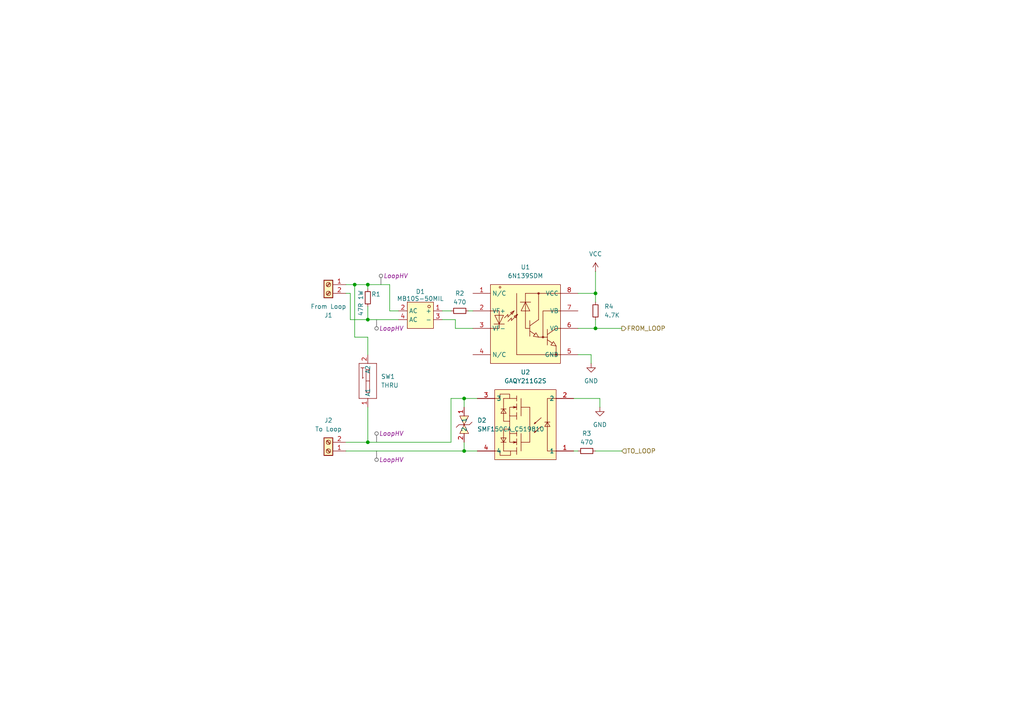
<source format=kicad_sch>
(kicad_sch (version 20231120) (generator "eeschema") (generator_version "8.0")
  (paper "A4")
  (lib_symbols
    (symbol "Connector:Screw_Terminal_01x02" (pin_names (offset 1.016) hide)
      (property "Reference" "J" (at 0 2.54 0))
      (property "Value" "Screw_Terminal_01x02" (at 0 -5.08 0))
      (symbol "Screw_Terminal_01x02_1_1"
        (rectangle (start -1.27 1.27) (end 1.27 -3.81) (stroke (width 0.254)) (fill (type background)))
        (circle (center 0 -2.54) (radius 0.635) (stroke (width 0.1524)))
        (polyline (pts (xy -0.5334 -2.2098) (xy 0.3302 -3.048)) (stroke (width 0.1524)))
        (polyline (pts (xy -0.5334 0.3302) (xy 0.3302 -0.508)) (stroke (width 0.1524)))
        (polyline (pts (xy -0.3556 -2.032) (xy 0.508 -2.8702)) (stroke (width 0.1524)))
        (polyline (pts (xy -0.3556 0.508) (xy 0.508 -0.3302)) (stroke (width 0.1524)))
        (circle (center 0 0) (radius 0.635) (stroke (width 0.1524)))
        (pin passive line (at -5.08 0 0) (length 3.81) (name "Pin_1") (number "1"))
        (pin passive line (at -5.08 -2.54 0) (length 3.81) (name "Pin_2") (number "2"))
      )
    )
    (symbol "Device:R_Small" (pin_numbers hide) (pin_names (offset 0.254) hide)
      (property "Reference" "R" (at 0.762 0.508 0))
      (property "Value" "R_Small" (at 0.762 -1.016 0))
      (symbol "R_Small_0_1"
        (rectangle (start -0.762 1.778) (end 0.762 -1.778) (stroke (width 0.2032)))
      )
      (symbol "R_Small_1_1"
        (pin passive line (at 0 2.54 270) (length 0.762) (name "~") (number "1"))
        (pin passive line (at 0 -2.54 90) (length 0.762) (name "~") (number "2"))
      )
    )
    (symbol "local:6N139SDM"
      (property "Reference" "U" (at 0 13.97 0))
      (property "Value" "6N139SDM" (at 0 -13.97 0))
      (symbol "6N139SDM_0_1"
        (rectangle (start -10.16 11.43) (end 10.16 -11.43) (fill (type background)))
        (circle (center -7.37 10.67) (radius 0.25))
        (polyline (pts (xy -6.1 0) (xy -9.14 0)))
        (polyline (pts (xy -5.08 2.03) (xy -3.3 3.81)))
        (polyline (pts (xy -4.06 1.02) (xy -2.29 2.79)))
        (polyline (pts (xy -2.54 -8.89) (xy -2.54 8.89)))
        (polyline (pts (xy -1.52 6.35) (xy 1.52 6.35)))
        (polyline (pts (xy 0 8.89) (xy 10.16 8.89)))
        (polyline (pts (xy 1.27 -2.03) (xy 2.79 -3.05)))
        (polyline (pts (xy 1.27 1.02) (xy 1.27 -3.56)))
        (polyline (pts (xy 3.81 -3.81) (xy 6.35 -3.81)))
        (polyline (pts (xy 3.81 1.27) (xy 1.27 -0.51)))
        (polyline (pts (xy 3.81 1.27) (xy 3.81 8.89)))
        (polyline (pts (xy 6.35 -4.57) (xy 7.87 -5.59)))
        (polyline (pts (xy 6.35 -1.52) (xy 6.35 -6.1)))
        (polyline (pts (xy 8.89 -8.89) (xy 10.16 -8.89)))
        (polyline (pts (xy 8.89 -1.27) (xy 6.35 -3.05)))
        (polyline (pts (xy 8.89 -1.27) (xy 10.16 -1.27)))
        (polyline (pts (xy -5.08 2.03) (xy -5.08 2.79) (xy -6.1 1.78)))
        (polyline (pts (xy -4.06 1.02) (xy -4.06 1.78) (xy -5.08 0.76)))
        (polyline (pts (xy 1.27 -1.27) (xy 0 -1.27) (xy 0 8.89)))
        (polyline (pts (xy 5.08 -3.81) (xy 5.08 3.81) (xy 10.16 3.81)))
        (polyline (pts (xy 8.89 -6.35) (xy 8.89 -8.89) (xy -2.54 -8.89)))
        (polyline (pts (xy -10.16 3.81) (xy -7.62 3.81) (xy -7.62 -1.27) (xy -10.16 -1.27)))
        (polyline (pts (xy -8.89 2.54) (xy -7.62 0) (xy -6.35 2.54) (xy -8.89 2.54)) (fill (type background)))
        (polyline (pts (xy -3.3 3.81) (xy -4.32 3.3) (xy -3.81 2.79) (xy -3.3 3.81)) (fill (type background)))
        (polyline (pts (xy -2.29 2.79) (xy -3.3 2.29) (xy -2.79 1.78) (xy -2.29 2.79)) (fill (type background)))
        (polyline (pts (xy 1.27 3.81) (xy 0 6.35) (xy -1.27 3.81) (xy 1.27 3.81)) (fill (type background)))
        (polyline (pts (xy 3.81 -3.81) (xy 3.05 -2.54) (xy 2.29 -3.56) (xy 3.81 -3.81)) (fill (type background)))
        (polyline (pts (xy 8.89 -6.35) (xy 8.13 -5.08) (xy 7.37 -6.1) (xy 8.89 -6.35)) (fill (type background)))
        (circle (center 3.81 8.89) (radius 0.25))
        (circle (center 5.08 -3.81) (radius 0.25))
        (circle (center 8.89 -8.89) (radius 0.25))
        (pin unspecified line (at -15.24 8.89 0) (length 5.08) (name "N/C") (number "1"))
        (pin unspecified line (at -15.24 3.81 0) (length 5.08) (name "VF+") (number "2"))
        (pin unspecified line (at -15.24 -1.27 0) (length 5.08) (name "VF-") (number "3"))
        (pin unspecified line (at -15.24 -8.89 0) (length 5.08) (name "N/C") (number "4"))
        (pin unspecified line (at 15.24 -8.89 180) (length 5.08) (name "GND") (number "5"))
        (pin unspecified line (at 15.24 -1.27 180) (length 5.08) (name "VO") (number "6"))
        (pin unspecified line (at 15.24 3.81 180) (length 5.08) (name "VB") (number "7"))
        (pin unspecified line (at 15.24 8.89 180) (length 5.08) (name "VCC") (number "8"))
      )
    )
    (symbol "local:DSIC01LSGET"
      (property "Reference" "SW" (at 0 5.08 0))
      (property "Value" "DSIC01LSGET" (at 0 -5.08 0))
      (symbol "DSIC01LSGET_0_1"
        (polyline (pts (xy -5.08 -2.54) (xy -5.08 2.54)))
        (polyline (pts (xy -5.08 2.54) (xy 5.08 2.54)))
        (polyline (pts (xy -3.3 -0.51) (xy -3.3 0.51)))
        (polyline (pts (xy -3.3 0.51) (xy 3.3 0.51)))
        (polyline (pts (xy 0 0.51) (xy 0 -0.51)))
        (polyline (pts (xy 0.76 1.52) (xy 3.81 1.52)))
        (polyline (pts (xy 1.02 1.27) (xy 0.76 1.52)))
        (polyline (pts (xy 3.3 -0.51) (xy -3.3 -0.51)))
        (polyline (pts (xy 3.3 0.51) (xy 3.3 -0.51)))
        (polyline (pts (xy 3.81 2.03) (xy 3.81 1.02)))
        (polyline (pts (xy 5.08 -2.54) (xy -5.08 -2.54)))
        (polyline (pts (xy 5.08 2.54) (xy 5.08 -2.54)))
        (pin input line (at -7.62 0 0) (length 2.54) (name "A1") (number "1"))
        (pin input line (at 7.62 0 180) (length 2.54) (name "A2") (number "2"))
      )
    )
    (symbol "local:GAQY211G2S"
      (property "Reference" "U" (at 0 12.7 0))
      (property "Value" "GAQY211G2S" (at 0 -12.7 0))
      (symbol "GAQY211G2S_0_1"
        (rectangle (start -7.62 10.16) (end 10.16 -10.16) (fill (type background)))
        (polyline (pts (xy -5.84 -0.76) (xy -4.32 -0.76)))
        (polyline (pts (xy -1.27 -0.25) (xy -1.52 -0.76)))
        (polyline (pts (xy -1.27 2.29) (xy -1.52 1.78)))
        (polyline (pts (xy 0 5.08) (xy 0 -5.08)))
        (polyline (pts (xy 2.54 -5.08) (xy 0 -5.08)))
        (polyline (pts (xy 2.54 -2.54) (xy 2.54 -7.62)))
        (polyline (pts (xy 2.54 5.08) (xy 0 5.08)))
        (polyline (pts (xy 2.54 7.62) (xy 2.54 2.54)))
        (polyline (pts (xy 3.81 -7.62) (xy 7.62 -7.62)))
        (polyline (pts (xy 3.81 -6.86) (xy 3.81 -8.38)))
        (polyline (pts (xy 3.81 -5.08) (xy 4.83 -4.83)))
        (polyline (pts (xy 3.81 -4.32) (xy 3.81 -6.1)))
        (polyline (pts (xy 3.81 -2.54) (xy 5.84 -2.54)))
        (polyline (pts (xy 3.81 -1.52) (xy 3.81 -3.56)))
        (polyline (pts (xy 3.81 2.54) (xy 5.84 2.54)))
        (polyline (pts (xy 3.81 3.3) (xy 3.81 1.78)))
        (polyline (pts (xy 3.81 5.08) (xy 4.83 5.33)))
        (polyline (pts (xy 3.81 5.84) (xy 3.81 4.06)))
        (polyline (pts (xy 3.81 7.62) (xy 7.62 7.62)))
        (polyline (pts (xy 3.81 8.64) (xy 3.81 6.6)))
        (polyline (pts (xy 5.84 -2.54) (xy 5.84 -5.08)))
        (polyline (pts (xy 5.84 2.54) (xy 5.84 -2.79)))
        (polyline (pts (xy 5.84 5.08) (xy 5.84 2.54)))
        (polyline (pts (xy 6.86 -4.57) (xy 8.38 -4.57)))
        (polyline (pts (xy 8.38 5.08) (xy 6.86 5.08)))
        (polyline (pts (xy -3.3 -2.03) (xy -1.27 -0.25) (xy -1.78 -0.51)))
        (polyline (pts (xy -3.3 0.51) (xy -1.27 2.29) (xy -1.78 2.03)))
        (polyline (pts (xy 5.84 -5.08) (xy 3.81 -5.08) (xy 4.83 -5.33)))
        (polyline (pts (xy 5.84 -1.02) (xy 7.62 -1.02) (xy 7.62 -7.62)))
        (polyline (pts (xy 5.84 1.27) (xy 7.62 1.27) (xy 7.62 7.62)))
        (polyline (pts (xy 5.84 5.08) (xy 3.81 5.08) (xy 4.83 4.83)))
        (polyline (pts (xy -7.62 7.62) (xy -5.08 7.62) (xy -5.08 -7.62) (xy -7.62 -7.62)))
        (polyline (pts (xy -5.84 0.51) (xy -4.32 0.51) (xy -5.08 -0.76) (xy -5.84 0.51)) (fill (type background)))
        (polyline (pts (xy 6.86 -3.3) (xy 8.38 -3.3) (xy 7.62 -4.57) (xy 6.86 -3.3)) (fill (type background)))
        (polyline (pts (xy 8.38 3.81) (xy 6.86 3.81) (xy 7.62 5.08) (xy 8.38 3.81)) (fill (type background)))
        (polyline (pts (xy 5.59 7.62) (xy 5.59 8.89) (xy 8.64 8.89) (xy 8.64 7.62) (xy 10.16 7.62)))
        (polyline (pts (xy 5.84 -7.62) (xy 5.84 -8.89) (xy 8.64 -8.89) (xy 8.64 -7.62) (xy 10.16 -7.62)))
        (pin unspecified line (at -12.7 7.62 0) (length 5.08) (name "1") (number "1"))
        (pin unspecified line (at -12.7 -7.62 0) (length 5.08) (name "2") (number "2"))
        (pin unspecified line (at 15.24 -7.62 180) (length 5.08) (name "3") (number "3"))
        (pin unspecified line (at 15.24 7.62 180) (length 5.08) (name "4") (number "4"))
      )
    )
    (symbol "local:MB10FH5G0NP"
      (property "Reference" "D" (at 0 6.35 0))
      (property "Value" "MB10FH5G0NP" (at 0 -6.35 0))
      (symbol "MB10FH5G0NP_0_1"
        (rectangle (start -3.81 3.81) (end 3.81 -3.81) (fill (type background)))
        (circle (center -2.54 2.54) (radius 0.38))
        (pin unspecified line (at -6.35 1.27 0) (length 2.54) (name "+") (number "1"))
        (pin unspecified line (at 6.35 1.27 180) (length 2.54) (name "AC") (number "2"))
        (pin unspecified line (at -6.35 -1.27 0) (length 2.54) (name "-") (number "3"))
        (pin unspecified line (at 6.35 -1.27 180) (length 2.54) (name "AC") (number "4"))
      )
    )
    (symbol "local:SMF150CA_C519810"
      (property "Reference" "D" (at 0 5.08 0))
      (property "Value" "SMF150CA_C519810" (at 0 -5.08 0))
      (symbol "SMF150CA_C519810_0_1"
        (polyline (pts (xy 0 1.52) (xy -0.76 2.29)))
        (polyline (pts (xy 0 1.52) (xy 0 -1.52)))
        (polyline (pts (xy 0.76 -2.29) (xy 0 -1.52)))
        (polyline (pts (xy -2.54 1.27) (xy 0 0) (xy -2.54 -1.27) (xy -2.54 1.27)) (fill (type background)))
        (polyline (pts (xy 2.54 1.27) (xy 0 0) (xy 2.54 -1.27) (xy 2.54 1.27)) (fill (type background)))
        (pin unspecified line (at -5.08 0 0) (length 2.54) (name "1") (number "1"))
        (pin unspecified line (at 5.08 0 180) (length 2.54) (name "2") (number "2"))
      )
    )
    (symbol "power:GND" (power) (pin_numbers hide) (pin_names (offset 0) hide)
      (property "Value" "GND" (at 0 -3.81 0))
      (symbol "GND_0_1"
        (polyline (pts (xy 0 0) (xy 0 -1.27) (xy 1.27 -1.27) (xy 0 -2.54) (xy -1.27 -1.27) (xy 0 -1.27)))
      )
      (symbol "GND_1_1"
        (pin power_in line (at 0 0 270) (length 0) (name "~") (number "1"))
      )
    )
    (symbol "power:VCC" (power) (pin_numbers hide) (pin_names (offset 0) hide)
      (property "Value" "VCC" (at 0 3.556 0))
      (symbol "VCC_0_1"
        (polyline (pts (xy -0.762 1.27) (xy 0 2.54)))
        (polyline (pts (xy 0 0) (xy 0 2.54)))
        (polyline (pts (xy 0 2.54) (xy 0.762 1.27)))
      )
      (symbol "VCC_1_1"
        (pin power_in line (at 0 0 90) (length 0) (name "~") (number "1"))
      )
    )
  )
  (junction (at 134.62 130.81))
  (junction (at 134.62 115.57))
  (junction (at 106.68 82.55))
  (junction (at 106.68 128.27))
  (junction (at 172.72 85.09))
  (junction (at 102.87 82.55))
  (junction (at 106.68 92.71))
  (junction (at 172.72 95.25))
  (wire (pts (xy 173.99 115.57) (xy 173.99 118.11)))
  (wire (pts (xy 106.68 82.55) (xy 113.03 82.55)))
  (wire (pts (xy 128.27 90.17) (xy 130.81 90.17)))
  (wire (pts (xy 134.62 130.81) (xy 138.43 130.81)))
  (wire (pts (xy 180.34 130.81) (xy 172.72 130.81)))
  (wire (pts (xy 106.68 102.87) (xy 106.68 97.79)))
  (wire (pts (xy 106.68 92.71) (xy 106.68 88.9)))
  (wire (pts (xy 132.08 92.71) (xy 132.08 95.25)))
  (wire (pts (xy 166.37 130.81) (xy 167.64 130.81)))
  (wire (pts (xy 106.68 92.71) (xy 115.57 92.71)))
  (wire (pts (xy 100.33 82.55) (xy 102.87 82.55)))
  (wire (pts (xy 172.72 95.25) (xy 180.34 95.25)))
  (wire (pts (xy 106.68 82.55) (xy 106.68 83.82)))
  (wire (pts (xy 134.62 115.57) (xy 138.43 115.57)))
  (wire (pts (xy 130.81 128.27) (xy 130.81 115.57)))
  (wire (pts (xy 101.6 92.71) (xy 106.68 92.71)))
  (wire (pts (xy 113.03 82.55) (xy 113.03 90.17)))
  (wire (pts (xy 101.6 85.09) (xy 101.6 92.71)))
  (wire (pts (xy 167.64 102.87) (xy 171.45 102.87)))
  (wire (pts (xy 100.33 128.27) (xy 106.68 128.27)))
  (wire (pts (xy 134.62 115.57) (xy 134.62 118.11)))
  (wire (pts (xy 102.87 97.79) (xy 102.87 82.55)))
  (wire (pts (xy 166.37 115.57) (xy 173.99 115.57)))
  (wire (pts (xy 135.89 90.17) (xy 137.16 90.17)))
  (wire (pts (xy 100.33 130.81) (xy 134.62 130.81)))
  (wire (pts (xy 128.27 92.71) (xy 132.08 92.71)))
  (wire (pts (xy 102.87 82.55) (xy 106.68 82.55)))
  (wire (pts (xy 167.64 85.09) (xy 172.72 85.09)))
  (wire (pts (xy 106.68 128.27) (xy 130.81 128.27)))
  (wire (pts (xy 113.03 90.17) (xy 115.57 90.17)))
  (wire (pts (xy 172.72 85.09) (xy 172.72 78.74)))
  (wire (pts (xy 106.68 97.79) (xy 102.87 97.79)))
  (wire (pts (xy 130.81 115.57) (xy 134.62 115.57)))
  (wire (pts (xy 132.08 95.25) (xy 137.16 95.25)))
  (wire (pts (xy 106.68 118.11) (xy 106.68 128.27)))
  (wire (pts (xy 172.72 85.09) (xy 172.72 87.63)))
  (wire (pts (xy 167.64 95.25) (xy 172.72 95.25)))
  (wire (pts (xy 134.62 128.27) (xy 134.62 130.81)))
  (wire (pts (xy 100.33 85.09) (xy 101.6 85.09)))
  (wire (pts (xy 171.45 102.87) (xy 171.45 105.41)))
  (wire (pts (xy 172.72 95.25) (xy 172.72 92.71)))
  (hierarchical_label "TO_LOOP" (shape input) (at 180.34 130.81 0))
  (hierarchical_label "FROM_LOOP" (shape output) (at 180.34 95.25 0))
  (netclass_flag "" (length 2.54) (shape round) (at 109.22 92.71 180) (property "Netclass" "LoopHV" (at 109.9185 95.25 0) (effects (font (italic yes)) (justify left))))
  (netclass_flag "" (length 2.54) (shape round) (at 109.22 130.81 180) (property "Netclass" "LoopHV" (at 109.9185 133.35 0) (effects (font (italic yes)) (justify left))))
  (netclass_flag "" (length 2.54) (shape round) (at 110.49 82.55 0) (property "Netclass" "LoopHV" (at 111.1885 80.01 0) (effects (font (italic yes)) (justify left))))
  (netclass_flag "" (length 2.54) (shape round) (at 109.22 128.27 0) (property "Netclass" "LoopHV" (at 109.9185 125.73 0) (effects (font (italic yes)) (justify left))))
  (symbol (lib_id "Device:R_Small") (at 172.72 90.17 180) (unit 1)
    (property "Reference" "R4" (at 175.26 88.8999 0) (effects (justify right)))
    (property "Value" "4.7K" (at 175.26 91.4399 0) (effects (justify right)))
    (property "Footprint" "Resistor_SMD:R_0805_2012Metric" (effects (hide yes)))
    (property "Description" "Resistor, small symbol" (effects (hide yes)))
    (property "LCSC" "C17673" (effects (hide yes)))
    (property "LCSC Part" "C17673" (effects (hide yes)))
    (instances (project "tty2040" (path "" (reference "R4") (unit 1)) (path "" (reference "R24") (unit 1)) (path "" (reference "R12") (unit 1)) (path "" (reference "R20") (unit 1)) (path "" (reference "R16") (unit 1)) (path "" (reference "R8") (unit 1))))
  )
  (symbol (lib_id "power:GND") (at 173.99 118.11 0) (unit 1)
    (property "Reference" "#PWR03" (effects (hide yes)))
    (property "Value" "GND" (at 173.99 123.19 0))
    (property "Description" "Power symbol creates a global label with name \"GND\" , ground" (effects (hide yes)))
    (instances (project "tty2040" (path "" (reference "#PWR03") (unit 1)) (path "" (reference "#PWR018") (unit 1)) (path "" (reference "#PWR09") (unit 1)) (path "" (reference "#PWR015") (unit 1)) (path "" (reference "#PWR012") (unit 1)) (path "" (reference "#PWR06") (unit 1))))
  )
  (symbol (lib_id "power:VCC") (at 172.72 78.74 0) (unit 1)
    (property "Reference" "#PWR02" (effects (hide yes)))
    (property "Value" "VCC" (at 172.72 73.66 0))
    (property "Description" "Power symbol creates a global label with name \"VCC\"" (effects (hide yes)))
    (instances (project "tty2040" (path "" (reference "#PWR02") (unit 1)) (path "" (reference "#PWR017") (unit 1)) (path "" (reference "#PWR08") (unit 1)) (path "" (reference "#PWR014") (unit 1)) (path "" (reference "#PWR011") (unit 1)) (path "" (reference "#PWR05") (unit 1))))
  )
  (symbol (lib_id "local:MB10FH5G0NP") (at 121.92 91.44 0) (mirror y) (unit 1)
    (property "Reference" "D1" (at 121.92 84.582 0))
    (property "Value" "MB10S-50MIL" (at 121.92 86.614 0))
    (property "Footprint" "local:MBF_L4.8-W3.9-P2.50-LS6.7-TR" (effects (hide yes)))
    (property "Datasheet" "https://lcsc.com/product-detail/Others_Guangdong-Hottech-MB10F0-8A-46MIL_C193012.html" (effects (hide yes)))
    (property "Description" "Miniature Glass Passivated Single-Phase Surface Mount Bridge Rectifiers, 140V Vrms, 0.8A If, ABS SMD package" (effects (hide yes)))
    (property "LCSC Part" "C2488" (effects (hide yes)))
    (property "LCSC" "C2488" (effects (hide yes)))
    (instances (project "tty2040" (path "" (reference "D1") (unit 1)) (path "" (reference "D11") (unit 1)) (path "" (reference "D5") (unit 1)) (path "" (reference "D9") (unit 1)) (path "" (reference "D7") (unit 1)) (path "" (reference "D3") (unit 1))))
  )
  (symbol (lib_id "Device:R_Small") (at 106.68 86.36 0) (unit 1)
    (property "Reference" "R1" (at 107.696 85.344 0) (effects (justify left)))
    (property "Value" "47R 1W" (at 104.648 91.694 90) (effects (justify left)))
    (property "Footprint" "Resistor_SMD:R_2512_6332Metric" (effects (hide yes)))
    (property "Description" "1W Thick Film Resistors ±100ppm/℃ ±5% 47Ω 2512 Chip Resistor - Surface Mount ROHS " (effects (hide yes)))
    (property "LCSC" "C341654" (effects (hide yes)))
    (property "LCSC Part" "C341654" (effects (hide yes)))
    (instances (project "tty2040" (path "" (reference "R1") (unit 1)) (path "" (reference "R21") (unit 1)) (path "" (reference "R9") (unit 1)) (path "" (reference "R17") (unit 1)) (path "" (reference "R13") (unit 1)) (path "" (reference "R5") (unit 1))))
  )
  (symbol (lib_id "Connector:Screw_Terminal_01x02") (at 95.25 82.55 0) (mirror y) (unit 1)
    (property "Reference" "J1" (at 95.25 91.44 0))
    (property "Value" "From Loop" (at 95.25 88.9 0))
    (property "Footprint" "local:TerminalBlock_5mm_labeled" (effects (hide yes)))
    (property "Description" "Generic screw terminal, single row, 01x02, script generated (kicad-library-utils/schlib/autogen/connector/)" (effects (hide yes)))
    (property "LCSC" "C2997275" (effects (hide yes)))
    (property "LCSC Part" "C2997275" (effects (hide yes)))
    (instances (project "tty2040" (path "" (reference "J1") (unit 1)) (path "" (reference "J11") (unit 1)) (path "" (reference "J5") (unit 1)) (path "" (reference "J9") (unit 1)) (path "" (reference "J7") (unit 1)) (path "" (reference "J3") (unit 1))))
  )
  (symbol (lib_id "Device:R_Small") (at 133.35 90.17 90) (unit 1)
    (property "Reference" "R2" (at 133.35 85.09 90))
    (property "Value" "470" (at 133.35 87.63 90))
    (property "Footprint" "Resistor_SMD:R_0805_2012Metric" (effects (hide yes)))
    (property "Description" "Resistor, small symbol" (effects (hide yes)))
    (property "LCSC" "C17710" (effects (hide yes)))
    (property "LCSC Part" "C17710" (effects (hide yes)))
    (instances (project "tty2040" (path "" (reference "R2") (unit 1)) (path "" (reference "R22") (unit 1)) (path "" (reference "R10") (unit 1)) (path "" (reference "R18") (unit 1)) (path "" (reference "R14") (unit 1)) (path "" (reference "R6") (unit 1))))
  )
  (symbol (lib_id "local:6N139SDM") (at 152.4 93.98 0) (unit 1)
    (property "Reference" "U1" (at 152.4 77.47 0))
    (property "Value" "6N139SDM" (at 152.4 80.01 0))
    (property "Footprint" "local:OPTO-SMD-8P_L9.6-W6.5-P2.54-LS10.0-BL" (effects (hide yes)))
    (property "Datasheet" "https://lcsc.com/product-detail/SMD-Optocouplers_FAIRCHILD_6N139SDM_6N139SDM_C42186.html" (effects (hide yes)))
    (property "LCSC Part" "C42186" (effects (hide yes)))
    (property "LCSC" "C42186" (effects (hide yes)))
    (instances (project "tty2040" (path "" (reference "U1") (unit 1)) (path "" (reference "U11") (unit 1)) (path "" (reference "U5") (unit 1)) (path "" (reference "U9") (unit 1)) (path "" (reference "U7") (unit 1)) (path "" (reference "U3") (unit 1))))
  )
  (symbol (lib_id "Connector:Screw_Terminal_01x02") (at 95.25 130.81 180) (unit 1)
    (property "Reference" "J2" (at 95.25 121.92 0))
    (property "Value" "To Loop" (at 95.25 124.46 0))
    (property "Footprint" "local:TerminalBlock_5mm_labeled" (effects (hide yes)))
    (property "Description" "Generic screw terminal, single row, 01x02, script generated (kicad-library-utils/schlib/autogen/connector/)" (effects (hide yes)))
    (property "LCSC" "C2997275" (effects (hide yes)))
    (property "LCSC Part" "C2997275" (effects (hide yes)))
    (instances (project "tty2040" (path "" (reference "J2") (unit 1)) (path "" (reference "J12") (unit 1)) (path "" (reference "J6") (unit 1)) (path "" (reference "J10") (unit 1)) (path "" (reference "J8") (unit 1)) (path "" (reference "J4") (unit 1))))
  )
  (symbol (lib_id "local:GAQY211G2S") (at 153.67 123.19 180) (unit 1)
    (property "Reference" "U2" (at 152.4 107.95 0))
    (property "Value" "GAQY211G2S" (at 152.4 110.49 0))
    (property "Footprint" "local:SOP-4_L4.4-W4.0-P2.54-LS7.0-TL" (effects (hide yes)))
    (property "LCSC Part" "C7435104" (effects (hide yes)))
    (property "LCSC" "C7435104" (effects (hide yes)))
    (instances (project "tty2040" (path "" (reference "U2") (unit 1)) (path "" (reference "U12") (unit 1)) (path "" (reference "U6") (unit 1)) (path "" (reference "U10") (unit 1)) (path "" (reference "U8") (unit 1)) (path "" (reference "U4") (unit 1))))
  )
  (symbol (lib_id "local:SMF150CA_C519810") (at 134.62 123.19 270) (unit 1)
    (property "Reference" "D2" (at 138.43 121.9199 90) (effects (justify left)))
    (property "Value" "SMF150CA_C519810" (at 138.43 124.4599 90) (effects (justify left)))
    (property "Footprint" "local:SMF_L2.9-W1.9-LS3.9-BI" (effects (hide yes)))
    (property "Datasheet" "https://lcsc.com/product-detail/TVS_PTTC-Polytronics-Tech-SMF150CA_C519810.html" (effects (hide yes)))
    (property "LCSC Part" "C519810" (effects (hide yes)))
    (instances (project "tty2040" (path "" (reference "D2") (unit 1)) (path "" (reference "D13") (unit 1)) (path "" (reference "D15") (unit 1)) (path "" (reference "D16") (unit 1)) (path "" (reference "D17") (unit 1)) (path "" (reference "D18") (unit 1))))
  )
  (symbol (lib_id "local:DSIC01LSGET") (at 106.68 110.49 90) (unit 1)
    (property "Reference" "SW1" (at 110.49 109.2199 90) (effects (justify right)))
    (property "Value" "THRU" (at 110.49 111.7599 90) (effects (justify right)))
    (property "Footprint" "local:SW-SMD_DSIC01LSGET" (effects (hide yes)))
    (property "Datasheet" "https://lcsc.com/product-detail/DIP-Switches_2-54mm-1-DIP-switch_C54948.html" (effects (hide yes)))
    (property "LCSC Part" "C54948" (effects (hide yes)))
    (property "LCSC" "C54948" (effects (hide yes)))
    (instances (project "tty2040" (path "" (reference "SW1") (unit 1)) (path "" (reference "SW6") (unit 1)) (path "" (reference "SW3") (unit 1)) (path "" (reference "SW5") (unit 1)) (path "" (reference "SW4") (unit 1)) (path "" (reference "SW2") (unit 1))))
  )
  (symbol (lib_id "Device:R_Small") (at 170.18 130.81 270) (unit 1)
    (property "Reference" "R3" (at 170.18 125.73 90))
    (property "Value" "470" (at 170.18 128.27 90))
    (property "Footprint" "Resistor_SMD:R_0805_2012Metric" (effects (hide yes)))
    (property "Description" "Resistor, small symbol" (effects (hide yes)))
    (property "LCSC" "C17710" (effects (hide yes)))
    (property "LCSC Part" "C17710" (effects (hide yes)))
    (instances (project "tty2040" (path "" (reference "R3") (unit 1)) (path "" (reference "R23") (unit 1)) (path "" (reference "R11") (unit 1)) (path "" (reference "R19") (unit 1)) (path "" (reference "R15") (unit 1)) (path "" (reference "R7") (unit 1))))
  )
  (symbol (lib_id "power:GND") (at 171.45 105.41 0) (unit 1)
    (property "Reference" "#PWR01" (effects (hide yes)))
    (property "Value" "GND" (at 171.45 110.49 0))
    (property "Description" "Power symbol creates a global label with name \"GND\" , ground" (effects (hide yes)))
    (instances (project "tty2040" (path "" (reference "#PWR01") (unit 1)) (path "" (reference "#PWR016") (unit 1)) (path "" (reference "#PWR07") (unit 1)) (path "" (reference "#PWR013") (unit 1)) (path "" (reference "#PWR010") (unit 1)) (path "" (reference "#PWR04") (unit 1))))
  )
)
</source>
